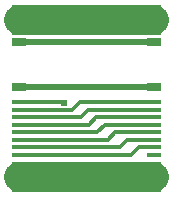
<source format=gbr>
G04 #@! TF.FileFunction,Copper,L2,Bot,Signal*
%FSLAX46Y46*%
G04 Gerber Fmt 4.6, Leading zero omitted, Abs format (unit mm)*
G04 Created by KiCad (PCBNEW 4.0.7-e2-6376~58~ubuntu16.04.1) date Sun Nov  4 22:14:27 2018*
%MOMM*%
%LPD*%
G01*
G04 APERTURE LIST*
%ADD10C,0.100000*%
%ADD11R,1.270000X2.540000*%
%ADD12R,1.270000X0.635000*%
%ADD13R,1.270000X0.304800*%
%ADD14C,0.609600*%
%ADD15C,0.304800*%
%ADD16C,2.540000*%
%ADD17C,0.508000*%
G04 APERTURE END LIST*
D10*
D11*
X0Y13335000D03*
X0Y0D03*
D12*
X0Y11430000D03*
D13*
X0Y6350000D03*
X0Y5715000D03*
X0Y5080000D03*
X0Y4445000D03*
X0Y3810000D03*
X0Y3175000D03*
X0Y2540000D03*
X0Y1905000D03*
D12*
X0Y7620000D03*
D11*
X11430000Y13335000D03*
X11430000Y0D03*
D12*
X11430000Y11430000D03*
D13*
X11430000Y6350000D03*
X11430000Y5715000D03*
X11430000Y5080000D03*
X11430000Y4445000D03*
X11430000Y3810000D03*
X11430000Y3175000D03*
X11430000Y2540000D03*
X11430000Y1905000D03*
D12*
X11430000Y7620000D03*
D14*
X3810000Y6324494D03*
X2540000Y0D03*
X3810000Y0D03*
X6731000Y7620000D03*
D15*
X3784494Y6350000D02*
X3810000Y6324494D01*
X0Y6350000D02*
X3784494Y6350000D01*
D16*
X0Y0D02*
X2540000Y0D01*
X2540000Y0D02*
X3810000Y0D01*
X3810000Y0D02*
X11430000Y0D01*
D17*
X1143000Y7620000D02*
X6731000Y7620000D01*
X6731000Y7620000D02*
X11430000Y7620000D01*
X0Y7620000D02*
X1143000Y7620000D01*
D16*
X0Y13335000D02*
X11430000Y13335000D01*
D17*
X0Y11430000D02*
X11430000Y11430000D01*
D15*
X0Y5715000D02*
X939800Y5715000D01*
X939800Y5715000D02*
X990708Y5664092D01*
X990708Y5664092D02*
X4441116Y5664092D01*
X4441116Y5664092D02*
X5127024Y6350000D01*
X5127024Y6350000D02*
X10490200Y6350000D01*
X10490200Y6350000D02*
X11430000Y6350000D01*
X0Y5080000D02*
X5201988Y5080000D01*
X5201988Y5080000D02*
X5836988Y5715000D01*
X5836988Y5715000D02*
X10490200Y5715000D01*
X10490200Y5715000D02*
X11430000Y5715000D01*
X0Y4445000D02*
X5879148Y4445000D01*
X5879148Y4445000D02*
X6514148Y5080000D01*
X6514148Y5080000D02*
X10490200Y5080000D01*
X10490200Y5080000D02*
X11430000Y5080000D01*
X0Y3810000D02*
X6605514Y3810000D01*
X6605514Y3810000D02*
X7240514Y4445000D01*
X7240514Y4445000D02*
X10490200Y4445000D01*
X10490200Y4445000D02*
X11430000Y4445000D01*
X0Y3175000D02*
X7495900Y3175000D01*
X7495900Y3175000D02*
X8130900Y3810000D01*
X8130900Y3810000D02*
X10490200Y3810000D01*
X10490200Y3810000D02*
X11430000Y3810000D01*
X0Y2540000D02*
X8501101Y2540000D01*
X8501101Y2540000D02*
X9136101Y3175000D01*
X9136101Y3175000D02*
X11430000Y3175000D01*
X0Y1905000D02*
X9506302Y1905000D01*
X10141302Y2540000D02*
X10490200Y2540000D01*
X9506302Y1905000D02*
X10141302Y2540000D01*
X10490200Y2540000D02*
X11430000Y2540000D01*
M02*

</source>
